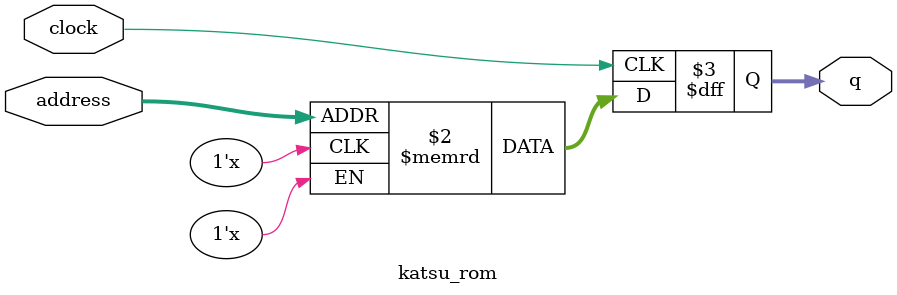
<source format=sv>
module katsu_rom (
	input logic clock,
	input logic [10:0] address,
	output logic [7:0] q
);

logic [7:0] memory [0:1295] /* synthesis ram_init_file = "./katsu/katsu.COE" */;

always_ff @ (posedge clock) begin
	q <= memory[address];
end

endmodule

</source>
